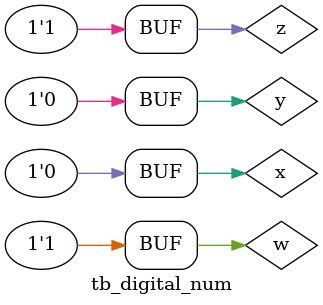
<source format=v>
`timescale 1ns / 1ps

module tb_digital_num;
    reg w, x, y, z;
    wire a, b, c, d, e, f, g;
    
    // dut:
    digital_num dut (.w(w), .x(x), .y(y), .z(z), .a(a), .b(b), .c(c), .d(d), .e(e), .f(f), .g(g)); 
    
    //test with checker
    initial begin
        w = 1'b0;
        x = 1'b0;
        y = 1'b0;
        z = 1'b0;
        #250000000;
        
        w = 1'b0;
        x = 1'b0;
        y = 1'b0;
        z = 1'b1;
        #250000000;
        
        w = 1'b0;
        x = 1'b0;
        y = 1'b1;
        z = 1'b0;
        #250000000;
        
        w = 1'b0;
        x = 1'b0;
        y = 1'b1;
        z = 1'b1;
        #250000000;
        
        w = 1'b0;
        x = 1'b1;
        y = 1'b0;
        z = 1'b0;
        #250000000;
        
        w = 1'b0;
        x = 1'b1;
        y = 1'b0;
        z = 1'b1;
        #250000000;
        
        w = 1'b0;
        x = 1'b1;
        y = 1'b1;
        z = 1'b0;
        #250000000;
        
        w = 1'b0;
        x = 1'b1;
        y = 1'b1;
        z = 1'b1;
        #250000000;
        
        w = 1'b1;
        x = 1'b0;
        y = 1'b0;
        z = 1'b0;
        #250000000;
        
        w = 1'b1;
        x = 1'b0;
        y = 1'b0;
        z = 1'b1;
        #250000000;
    end
endmodule

</source>
